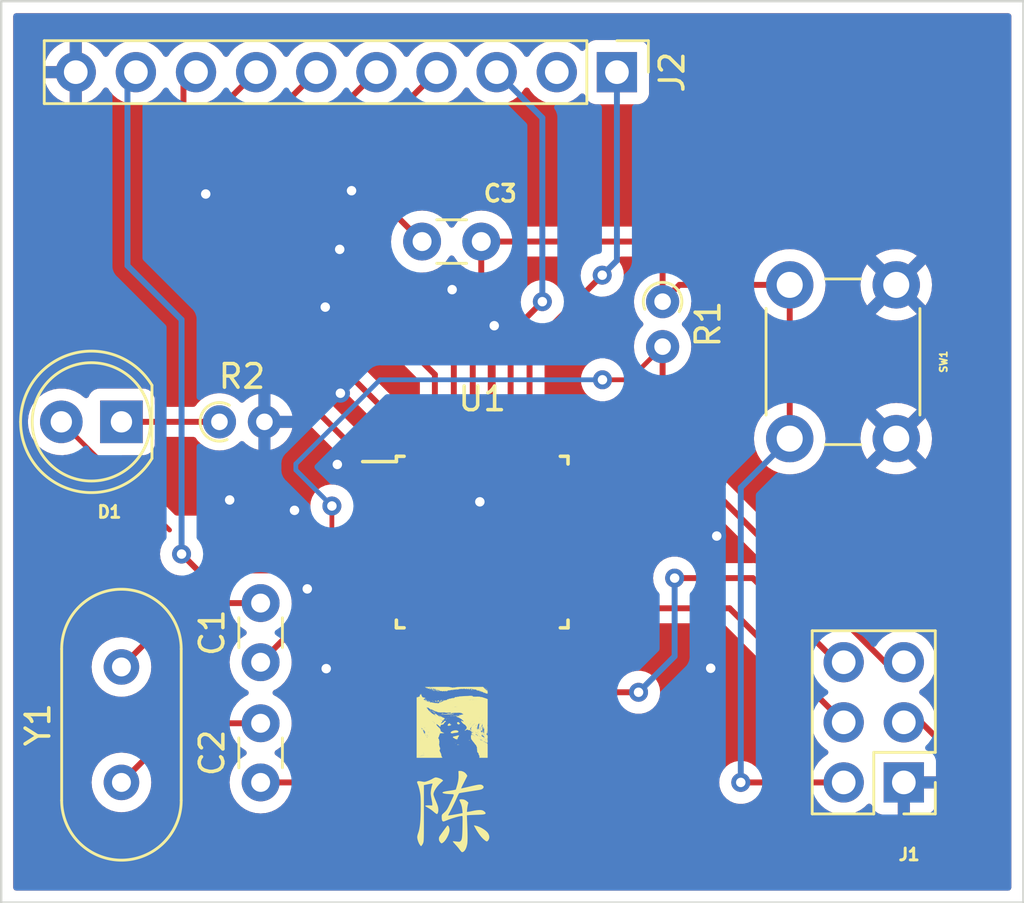
<source format=kicad_pcb>
(kicad_pcb (version 20221018) (generator pcbnew)
  (layers (0 "F.Cu" signal) (31 "B.Cu" signal) (34 "B.Paste" user) (35 "F.Paste" user) (36 "B.SilkS" user "B.Silkscreen") (37 "F.SilkS" user "F.Silkscreen") (38 "B.Mask" user) (39 "F.Mask" user) (44 "Edge.Cuts" user))
  (net 0 "")
  (net 1 "Net-(U1-XTAL1{slash}PB6)")
  (net 2 "Net-(C1-Pad2)")
  (net 3 "Net-(U1-XTAL2{slash}PB7)")
  (net 4 "Net-(C2-Pad2)")
  (net 5 "RST")
  (net 6 "5V")
  (net 7 "MISO")
  (net 8 "GND")
  (net 9 "SCK")
  (net 10 "/rst")
  (net 11 "Net-(D1-K)")
  (net 12 "Net-(J2-Pin_1)")
  (net 14 "Net-(J2-Pin_3)")
  (net 15 "/rx")
  (net 16 "/tx")
  (net 17 "Net-(J2-Pin_7)")
  (net 18 "Net-(J2-Pin_8)")
  (net 19 "Net-(J2-Pin_9)")
  (net 21 "MOSI")
  (net 26 "unconnected-(D1-A-Pad2)")
  (footprint "jasonpcbart:art2" (layer "F.Cu") (at 120.65 102.87)
    (fp_text reference "G***" hide)
    (fp_text value "LOGO" hide)
  )
  (footprint "Capacitor_THT:C_Disc_D3.0mm_W1.6mm_P2.50mm" (layer "F.Cu") (at 112.56 101.6 90)
    (fp_text reference "C2" (at 1.25 -2.05 90) (layer "F.SilkS"))
    (fp_text value "22pF")
    (pad "1" thru_hole circle (at 0 0 90) (size 1.6 1.6) (drill 0.8) (layers "*.Cu" "*.Mask") (net 3 "Net-(U1-XTAL2{slash}PB7)"))
    (pad "2" thru_hole circle (at 2.5 0 90) (size 1.6 1.6) (drill 0.8) (layers "*.Cu" "*.Mask") (net 4 "Net-(C2-Pad2)"))
  )
  (footprint "jasonpcbart:art3" (layer "F.Cu") (at 120.65 99.06)
    (fp_text reference "G***" hide)
    (fp_text value "LOGO" hide)
  )
  (footprint "Crystal:Crystal_HC49-4H_Vertical" (layer "F.Cu") (at 106.68 101.6 90)
    (fp_text reference "Y1" (at 2.44 -3.525 90) (layer "F.SilkS"))
    (fp_text value "Crystal")
    (pad "1" thru_hole circle (at 0 0 90) (size 1.5 1.5) (drill 0.8) (layers "*.Cu" "*.Mask") (net 4 "Net-(C2-Pad2)"))
    (pad "2" thru_hole circle (at 4.88 0 90) (size 1.5 1.5) (drill 0.8) (layers "*.Cu" "*.Mask") (net 2 "Net-(C1-Pad2)"))
  )
  (footprint "Resistor_THT:R_Axial_DIN0204_L3.6mm_D1.6mm_P1.90mm_Vertical" (layer "F.Cu") (at 129.54 81.28 -90)
    (fp_text reference "R1" (at 0.95 -1.92 90) (layer "F.SilkS"))
    (fp_text value "10K")
    (pad "1" thru_hole circle (at 0 0 270) (size 1.4 1.4) (drill 0.7) (layers "*.Cu" "*.Mask") (net 5 "RST"))
    (pad "2" thru_hole oval (at 1.9 0 270) (size 1.4 1.4) (drill 0.7) (layers "*.Cu" "*.Mask") (net 6 "5V"))
  )
  (footprint "Capacitor_THT:C_Disc_D3.0mm_W1.6mm_P2.50mm" (layer "F.Cu") (at 112.56 96.52 90)
    (fp_text reference "C1" (at 1.25 -2.05 90) (layer "F.SilkS"))
    (fp_text value "22pF")
    (pad "1" thru_hole circle (at 0 0 90) (size 1.6 1.6) (drill 0.8) (layers "*.Cu" "*.Mask") (net 1 "Net-(U1-XTAL1{slash}PB6)"))
    (pad "2" thru_hole circle (at 2.5 0 90) (size 1.6 1.6) (drill 0.8) (layers "*.Cu" "*.Mask") (net 2 "Net-(C1-Pad2)"))
  )
  (footprint "Resistor_THT:R_Axial_DIN0204_L3.6mm_D1.6mm_P1.90mm_Vertical" (layer "F.Cu") (at 110.82 86.36)
    (fp_text reference "R2" (at 0.95 -1.92) (layer "F.SilkS"))
    (fp_text value "1k")
    (pad "1" thru_hole circle (at 0 0) (size 1.4 1.4) (drill 0.7) (layers "*.Cu" "*.Mask") (net 11 "Net-(D1-K)"))
    (pad "2" thru_hole oval (at 1.9 0) (size 1.4 1.4) (drill 0.7) (layers "*.Cu" "*.Mask") (net 8 "GND"))
  )
  (footprint "Package_QFP:TQFP-32_7x7mm_P0.8mm" (layer "F.Cu") (at 121.92 91.44)
    (fp_text reference "U1" (at 0 -6.05) (layer "F.SilkS"))
    (fp_text value "ATmega328PB-A" hide)
    (pad "1" smd rect (at -4.25 -2.8) (size 1.6 0.55) (layers "F.Cu" "F.Paste" "F.Mask") (net 18 "Net-(J2-Pin_8)"))
    (pad "2" smd rect (at -4.25 -2) (size 1.6 0.55) (layers "F.Cu" "F.Paste" "F.Mask"))
    (pad "3" smd rect (at -4.25 -1.2) (size 1.6 0.55) (layers "F.Cu" "F.Paste" "F.Mask"))
    (pad "4" smd rect (at -4.25 -0.4) (size 1.6 0.55) (layers "F.Cu" "F.Paste" "F.Mask") (net 6 "5V"))
    (pad "5" smd rect (at -4.25 0.4) (size 1.6 0.55) (layers "F.Cu" "F.Paste" "F.Mask") (net 8 "GND"))
    (pad "6" smd rect (at -4.25 1.2) (size 1.6 0.55) (layers "F.Cu" "F.Paste" "F.Mask") (net 19 "Net-(J2-Pin_9)"))
    (pad "7" smd rect (at -4.25 2) (size 1.6 0.55) (layers "F.Cu" "F.Paste" "F.Mask") (net 1 "Net-(U1-XTAL1{slash}PB6)"))
    (pad "8" smd rect (at -4.25 2.8) (size 1.6 0.55) (layers "F.Cu" "F.Paste" "F.Mask") (net 3 "Net-(U1-XTAL2{slash}PB7)"))
    (pad "9" smd rect (at -2.8 4.25 90) (size 1.6 0.55) (layers "F.Cu" "F.Paste" "F.Mask"))
    (pad "10" smd rect (at -2 4.25 90) (size 1.6 0.55) (layers "F.Cu" "F.Paste" "F.Mask"))
    (pad "11" smd rect (at -1.2 4.25 90) (size 1.6 0.55) (layers "F.Cu" "F.Paste" "F.Mask"))
    (pad "12" smd rect (at -0.4 4.25 90) (size 1.6 0.55) (layers "F.Cu" "F.Paste" "F.Mask") (net 26 "unconnected-(D1-A-Pad2)"))
    (pad "13" smd rect (at 0.4 4.25 90) (size 1.6 0.55) (layers "F.Cu" "F.Paste" "F.Mask") (net 26 "unconnected-(D1-A-Pad2)"))
    (pad "14" smd rect (at 1.2 4.25 90) (size 1.6 0.55) (layers "F.Cu" "F.Paste" "F.Mask"))
    (pad "15" smd rect (at 2 4.25 90) (size 1.6 0.55) (layers "F.Cu" "F.Paste" "F.Mask") (net 21 "MOSI"))
    (pad "16" smd rect (at 2.8 4.25 90) (size 1.6 0.55) (layers "F.Cu" "F.Paste" "F.Mask") (net 7 "MISO"))
    (pad "17" smd rect (at 4.25 2.8) (size 1.6 0.55) (layers "F.Cu" "F.Paste" "F.Mask") (net 9 "SCK"))
    (pad "18" smd rect (at 4.25 2) (size 1.6 0.55) (layers "F.Cu" "F.Paste" "F.Mask"))
    (pad "19" smd rect (at 4.25 1.2) (size 1.6 0.55) (layers "F.Cu" "F.Paste" "F.Mask"))
    (pad "20" smd rect (at 4.25 0.4) (size 1.6 0.55) (layers "F.Cu" "F.Paste" "F.Mask"))
    (pad "21" smd rect (at 4.25 -0.4) (size 1.6 0.55) (layers "F.Cu" "F.Paste" "F.Mask") (net 8 "GND"))
    (pad "22" smd rect (at 4.25 -1.2) (size 1.6 0.55) (layers "F.Cu" "F.Paste" "F.Mask"))
    (pad "23" smd rect (at 4.25 -2) (size 1.6 0.55) (layers "F.Cu" "F.Paste" "F.Mask"))
    (pad "24" smd rect (at 4.25 -2.8) (size 1.6 0.55) (layers "F.Cu" "F.Paste" "F.Mask"))
    (pad "25" smd rect (at 2.8 -4.25 90) (size 1.6 0.55) (layers "F.Cu" "F.Paste" "F.Mask"))
    (pad "26" smd rect (at 2 -4.25 90) (size 1.6 0.55) (layers "F.Cu" "F.Paste" "F.Mask") (net 12 "Net-(J2-Pin_1)"))
    (pad "27" smd rect (at 1.2 -4.25 90) (size 1.6 0.55) (layers "F.Cu" "F.Paste" "F.Mask") (net 14 "Net-(J2-Pin_3)"))
    (pad "28" smd rect (at 0.4 -4.25 90) (size 1.6 0.55) (layers "F.Cu" "F.Paste" "F.Mask"))
    (pad "29" smd rect (at -0.4 -4.25 90) (size 1.6 0.55) (layers "F.Cu" "F.Paste" "F.Mask") (net 5 "RST"))
    (pad "30" smd rect (at -1.2 -4.25 90) (size 1.6 0.55) (layers "F.Cu" "F.Paste" "F.Mask") (net 15 "/rx"))
    (pad "31" smd rect (at -2 -4.25 90) (size 1.6 0.55) (layers "F.Cu" "F.Paste" "F.Mask") (net 16 "/tx"))
    (pad "32" smd rect (at -2.8 -4.25 90) (size 1.6 0.55) (layers "F.Cu" "F.Paste" "F.Mask") (net 17 "Net-(J2-Pin_7)"))
  )
  (footprint "Connector_PinHeader_2.54mm:PinHeader_2x03_P2.54mm_Vertical" (layer "F.Cu") (at 139.73 101.6 180)
    (fp_text reference "J1" (at -0.224 -3.048) (layer "F.SilkS") (effects (font (size 0.5 0.5) (thickness 0.125))))
    (fp_text value "6pin")
    (pad "1" thru_hole rect (at 0 0 180) (size 1.7 1.7) (drill 1) (layers "*.Cu" "*.Mask") (net 8 "GND"))
    (pad "2" thru_hole oval (at 2.54 0 180) (size 1.7 1.7) (drill 1) (layers "*.Cu" "*.Mask") (net 5 "RST"))
    (pad "3" thru_hole oval (at 0 2.54 180) (size 1.7 1.7) (drill 1) (layers "*.Cu" "*.Mask") (net 21 "MOSI"))
    (pad "4" thru_hole oval (at 2.54 2.54 180) (size 1.7 1.7) (drill 1) (layers "*.Cu" "*.Mask") (net 9 "SCK"))
    (pad "5" thru_hole oval (at 0 5.08 180) (size 1.7 1.7) (drill 1) (layers "*.Cu" "*.Mask") (net 6 "5V"))
    (pad "6" thru_hole oval (at 2.54 5.08 180) (size 1.7 1.7) (drill 1) (layers "*.Cu" "*.Mask") (net 7 "MISO"))
  )
  (footprint "LED_THT:LED_D5.0mm" (layer "F.Cu") (at 106.68 86.36 180)
    (fp_text reference "D1" (at 0.508 -3.81) (layer "F.SilkS") (effects (font (size 0.5 0.5) (thickness 0.125))))
    (fp_text value "LED")
    (pad "1" thru_hole rect (at 0 0 180) (size 1.8 1.8) (drill 0.9) (layers "*.Cu" "*.Mask") (net 11 "Net-(D1-K)"))
    (pad "2" thru_hole circle (at 2.54 0 180) (size 1.8 1.8) (drill 0.9) (layers "*.Cu" "*.Mask") (net 26 "unconnected-(D1-A-Pad2)"))
  )
  (footprint "Button_Switch_THT:SW_PUSH_6mm" (layer "F.Cu") (at 139.41 80.57 -90)
    (fp_text reference "SW1" (at 3.25 -2 90) (layer "F.SilkS") (effects (font (size 0.3 0.3) (thickness 0.075))))
    (fp_text value "SW_Push_Open")
    (pad "1" thru_hole circle (at 0 0) (size 2 2) (drill 1.1) (layers "*.Cu" "*.Mask") (net 8 "GND"))
    (pad "1" thru_hole circle (at 6.5 0) (size 2 2) (drill 1.1) (layers "*.Cu" "*.Mask") (net 8 "GND"))
    (pad "2" thru_hole circle (at 0 4.5) (size 2 2) (drill 1.1) (layers "*.Cu" "*.Mask") (net 5 "RST"))
    (pad "2" thru_hole circle (at 6.5 4.5) (size 2 2) (drill 1.1) (layers "*.Cu" "*.Mask") (net 5 "RST"))
  )
  (footprint "Capacitor_THT:C_Disc_D3.0mm_W1.6mm_P2.50mm" (layer "F.Cu") (at 121.88 78.74 180)
    (fp_text reference "C3" (at -0.802 2.032 180) (layer "F.SilkS") (effects (font (size 0.7 0.7))))
    (fp_text value "100nF")
    (pad "1" thru_hole circle (at 0 0 180) (size 1.6 1.6) (drill 0.8) (layers "*.Cu" "*.Mask") (net 5 "RST"))
    (pad "2" thru_hole circle (at 2.5 0 180) (size 1.6 1.6) (drill 0.8) (layers "*.Cu" "*.Mask") (net 10 "/rst"))
  )
  (footprint "Connector_PinHeader_2.54mm:PinHeader_1x10_P2.54mm_Vertical" (layer "F.Cu") (at 127.61 71.58 -90)
    (fp_text reference "J2" (at 0 -2.33 90) (layer "F.SilkS"))
    (fp_text value "Conn_01x10")
    (pad "1" thru_hole rect (at 0 0 270) (size 1.7 1.7) (drill 1) (layers "*.Cu" "*.Mask") (net 12 "Net-(J2-Pin_1)"))
    (pad "2" thru_hole oval (at 0 2.54 270) (size 1.7 1.7) (drill 1) (layers "*.Cu" "*.Mask"))
    (pad "3" thru_hole oval (at 0 5.08 270) (size 1.7 1.7) (drill 1) (layers "*.Cu" "*.Mask") (net 14 "Net-(J2-Pin_3)"))
    (pad "4" thru_hole oval (at 0 7.62 270) (size 1.7 1.7) (drill 1) (layers "*.Cu" "*.Mask") (net 10 "/rst"))
    (pad "5" thru_hole oval (at 0 10.16 270) (size 1.7 1.7) (drill 1) (layers "*.Cu" "*.Mask") (net 15 "/rx"))
    (pad "6" thru_hole oval (at 0 12.7 270) (size 1.7 1.7) (drill 1) (layers "*.Cu" "*.Mask") (net 16 "/tx"))
    (pad "7" thru_hole oval (at 0 15.24 270) (size 1.7 1.7) (drill 1) (layers "*.Cu" "*.Mask") (net 17 "Net-(J2-Pin_7)"))
    (pad "8" thru_hole oval (at 0 17.78 270) (size 1.7 1.7) (drill 1) (layers "*.Cu" "*.Mask") (net 18 "Net-(J2-Pin_8)"))
    (pad "9" thru_hole oval (at 0 20.32 270) (size 1.7 1.7) (drill 1) (layers "*.Cu" "*.Mask") (net 19 "Net-(J2-Pin_9)"))
    (pad "10" thru_hole oval (at 0 22.86 270) (size 1.7 1.7) (drill 1) (layers "*.Cu" "*.Mask") (net 8 "GND"))
  )
  (gr_rect (start 101.6 68.58) (end 144.78 106.68) (stroke (width 0.1)) (fill none) (layer "Edge.Cuts"))
  (segment (start 115.64 93.44) (end 112.56 96.52) (width 0.25) (layer "F.Cu") (net 1))
  (segment (start 117.67 93.44) (end 115.64 93.44) (width 0.25) (layer "F.Cu") (net 1))
  (segment (start 112.56 94.02) (end 109.38 94.02) (width 0.25) (layer "F.Cu") (net 2))
  (segment (start 109.38 94.02) (end 106.68 96.72) (width 0.25) (layer "F.Cu") (net 2))
  (segment (start 117.67 94.24) (end 117.67 98.23) (width 0.25) (layer "F.Cu") (net 3))
  (segment (start 114.3 101.6) (end 112.56 101.6) (width 0.25) (layer "F.Cu") (net 3))
  (segment (start 117.67 98.23) (end 114.3 101.6) (width 0.25) (layer "F.Cu") (net 3))
  (segment (start 112.56 99.1) (end 109.18 99.1) (width 0.25) (layer "F.Cu") (net 4))
  (segment (start 109.18 99.1) (end 106.68 101.6) (width 0.25) (layer "F.Cu") (net 4))
  (segment (start 137.19 101.6) (end 132.842 101.6) (width 0.25) (layer "F.Cu") (net 5))
  (segment (start 129.54 79.47) (end 128.81 78.74) (width 0.25) (layer "F.Cu") (net 5))
  (segment (start 134.91 80.57) (end 134.91 87.07) (width 0.25) (layer "F.Cu") (net 5))
  (segment (start 121.52 81.68) (end 121.88 81.32) (width 0.25) (layer "F.Cu") (net 5))
  (segment (start 121.88 81.32) (end 121.88 78.74) (width 0.25) (layer "F.Cu") (net 5))
  (segment (start 129.54 81.28) (end 129.54 79.47) (width 0.25) (layer "F.Cu") (net 5))
  (segment (start 121.52 87.19) (end 121.52 81.68) (width 0.25) (layer "F.Cu") (net 5))
  (segment (start 134.91 80.57) (end 130.25 80.57) (width 0.25) (layer "F.Cu") (net 5))
  (segment (start 130.25 80.57) (end 129.54 81.28) (width 0.25) (layer "F.Cu") (net 5))
  (segment (start 128.81 78.74) (end 121.88 78.74) (width 0.25) (layer "F.Cu") (net 5))
  (via (at 132.842 101.6) (size 0.8) (drill 0.4) (layers "F.Cu" "B.Cu") (net 5))
  (segment (start 132.842 101.6) (end 132.842 89.138) (width 0.25) (layer "B.Cu") (net 5))
  (segment (start 132.842 89.138) (end 134.91 87.07) (width 0.25) (layer "B.Cu") (net 5))
  (segment (start 129.54 83.18) (end 129.54 86.36) (width 0.25) (layer "F.Cu") (net 6))
  (segment (start 115.57 89.916) (end 115.57 90.932) (width 0.2) (layer "F.Cu") (net 6))
  (segment (start 115.57 90.932) (end 117.562 90.932) (width 0.2) (layer "F.Cu") (net 6))
  (segment (start 128.138 84.582) (end 129.54 83.18) (width 0.2) (layer "F.Cu") (net 6))
  (segment (start 138.938 96.52) (end 139.73 96.52) (width 0.25) (layer "F.Cu") (net 6))
  (segment (start 129.54 87.122) (end 138.938 96.52) (width 0.25) (layer "F.Cu") (net 6))
  (segment (start 117.562 90.932) (end 117.67 91.04) (width 0.2) (layer "F.Cu") (net 6))
  (segment (start 129.54 86.36) (end 129.54 87.122) (width 0.25) (layer "F.Cu") (net 6))
  (segment (start 127 84.582) (end 128.138 84.582) (width 0.2) (layer "F.Cu") (net 6))
  (via (at 127 84.582) (size 0.8) (drill 0.4) (layers "F.Cu" "B.Cu") (net 6))
  (via (at 115.57 89.916) (size 0.8) (drill 0.4) (layers "F.Cu" "B.Cu") (net 6))
  (segment (start 117.602 84.582) (end 114.046 88.138) (width 0.2) (layer "B.Cu") (net 6))
  (segment (start 127 84.582) (end 117.602 84.582) (width 0.2) (layer "B.Cu") (net 6))
  (segment (start 114.046 88.138) (end 114.046 88.392) (width 0.2) (layer "B.Cu") (net 6))
  (segment (start 114.046 88.392) (end 115.57 89.916) (width 0.2) (layer "B.Cu") (net 6))
  (segment (start 126.82 97.79) (end 128.524 97.79) (width 0.25) (layer "F.Cu") (net 7))
  (segment (start 136.906 96.52) (end 133.35 92.964) (width 0.25) (layer "F.Cu") (net 7))
  (segment (start 133.35 92.964) (end 130.048 92.964) (width 0.25) (layer "F.Cu") (net 7))
  (segment (start 124.72 95.69) (end 126.82 97.79) (width 0.25) (layer "F.Cu") (net 7))
  (segment (start 137.19 96.52) (end 136.906 96.52) (width 0.25) (layer "F.Cu") (net 7))
  (segment (start 137.19 96.52) (end 136.652 96.52) (width 0.25) (layer "F.Cu") (net 7))
  (via (at 130.048 92.964) (size 0.8) (drill 0.4) (layers "F.Cu" "B.Cu") (net 7))
  (via (at 128.524 97.79) (size 0.8) (drill 0.4) (layers "F.Cu" "B.Cu") (net 7))
  (segment (start 130.048 96.266) (end 128.524 97.79) (width 0.25) (layer "B.Cu") (net 7))
  (segment (start 130.048 92.964) (end 130.048 96.266) (width 0.25) (layer "B.Cu") (net 7))
  (segment (start 123.12 91.04) (end 121.82 89.74) (width 0.25) (layer "F.Cu") (net 8))
  (segment (start 126.17 91.04) (end 123.12 91.04) (width 0.25) (layer "F.Cu") (net 8))
  (segment (start 117.67 91.84) (end 119.72 91.84) (width 0.25) (layer "F.Cu") (net 8))
  (segment (start 119.72 91.84) (end 121.82 89.74) (width 0.25) (layer "F.Cu") (net 8))
  (via (at 114.53 93.42) (size 0.8) (drill 0.4) (layers "F.Cu" "B.Cu") (net 8))
  (via (at 111.252 89.662) (size 0.8) (drill 0.4) (layers "F.Cu" "B.Cu") (net 8))
  (via (at 122.428 82.296) (size 0.8) (drill 0.4) (layers "F.Cu" "B.Cu") (net 8))
  (via (at 115.33 96.79) (size 0.8) (drill 0.4) (layers "F.Cu" "B.Cu") (net 8))
  (via (at 115.8 88.16) (size 0.8) (drill 0.4) (layers "F.Cu" "B.Cu") (net 8))
  (via (at 115.29 81.51) (size 0.8) (drill 0.4) (layers "F.Cu" "B.Cu") (net 8))
  (via (at 115.93 85.15) (size 0.8) (drill 0.4) (layers "F.Cu" "B.Cu") (net 8))
  (via (at 115.9 79.07) (size 0.8) (drill 0.4) (layers "F.Cu" "B.Cu") (net 8))
  (via (at 110.24 76.73) (size 0.8) (drill 0.4) (layers "F.Cu" "B.Cu") (net 8))
  (via (at 131.572 96.774) (size 0.8) (drill 0.4) (layers "F.Cu" "B.Cu") (net 8))
  (via (at 121.82 89.74) (size 0.8) (drill 0.4) (layers "F.Cu" "B.Cu") (net 8))
  (via (at 113.99 90.1) (size 0.8) (drill 0.4) (layers "F.Cu" "B.Cu") (net 8))
  (via (at 120.65 80.772) (size 0.8) (drill 0.4) (layers "F.Cu" "B.Cu") (net 8))
  (via (at 131.826 91.186) (size 0.8) (drill 0.4) (layers "F.Cu" "B.Cu") (net 8))
  (via (at 116.4 76.59) (size 0.8) (drill 0.4) (layers "F.Cu" "B.Cu") (net 8))
  (segment (start 137.19 99.06) (end 132.37 94.24) (width 0.25) (layer "F.Cu") (net 9))
  (segment (start 132.37 94.24) (end 126.17 94.24) (width 0.25) (layer "F.Cu") (net 9))
  (segment (start 117.3 76.66) (end 117.3 74.27) (width 0.25) (layer "F.Cu") (net 10))
  (segment (start 117.3 74.27) (end 119.99 71.58) (width 0.25) (layer "F.Cu") (net 10))
  (segment (start 119.38 78.74) (end 117.3 76.66) (width 0.25) (layer "F.Cu") (net 10))
  (segment (start 110.82 86.36) (end 106.68 86.36) (width 0.25) (layer "F.Cu") (net 11))
  (segment (start 123.92 87.19) (end 123.92 83.23) (width 0.25) (layer "F.Cu") (net 12))
  (segment (start 123.92 83.23) (end 126.99 80.16) (width 0.25) (layer "F.Cu") (net 12))
  (via (at 126.99 80.16) (size 0.8) (drill 0.4) (layers "F.Cu" "B.Cu") (net 12))
  (segment (start 126.99 80.16) (end 127.61 79.54) (width 0.25) (layer "B.Cu") (net 12))
  (segment (start 127.61 79.54) (end 127.61 71.58) (width 0.25) (layer "B.Cu") (net 12))
  (segment (start 123.12 87.19) (end 123.12 82.62) (width 0.25) (layer "F.Cu") (net 14))
  (segment (start 123.12 82.62) (end 124.46 81.28) (width 0.25) (layer "F.Cu") (net 14))
  (via (at 124.46 81.28) (size 0.8) (drill 0.4) (layers "F.Cu" "B.Cu") (net 14))
  (segment (start 124.46 81.28) (end 124.46 73.51) (width 0.25) (layer "B.Cu") (net 14))
  (segment (start 124.46 73.51) (end 122.53 71.58) (width 0.25) (layer "B.Cu") (net 14))
  (segment (start 120.72 82.62) (end 115.3 77.2) (width 0.25) (layer "F.Cu") (net 15))
  (segment (start 115.3 77.2) (end 115.3 73.73) (width 0.25) (layer "F.Cu") (net 15))
  (segment (start 115.3 73.73) (end 117.45 71.58) (width 0.25) (layer "F.Cu") (net 15))
  (segment (start 120.72 87.19) (end 120.72 82.62) (width 0.25) (layer "F.Cu") (net 15))
  (segment (start 119.92 84.36) (end 113.3 77.74) (width 0.25) (layer "F.Cu") (net 16))
  (segment (start 113.3 77.74) (end 113.3 73.19) (width 0.25) (layer "F.Cu") (net 16))
  (segment (start 119.92 87.19) (end 119.92 84.36) (width 0.25) (layer "F.Cu") (net 16))
  (segment (start 113.3 73.19) (end 114.91 71.58) (width 0.25) (layer "F.Cu") (net 16))
  (segment (start 111.3 72.65) (end 112.37 71.58) (width 0.25) (layer "F.Cu") (net 17))
  (segment (start 111.3 79.37) (end 111.3 72.65) (width 0.25) (layer "F.Cu") (net 17))
  (segment (start 119.12 87.19) (end 111.3 79.37) (width 0.25) (layer "F.Cu") (net 17))
  (segment (start 117.67 88.64) (end 109.3 80.27) (width 0.25) (layer "F.Cu") (net 18))
  (segment (start 109.3 80.27) (end 109.3 72.11) (width 0.25) (layer "F.Cu") (net 18))
  (segment (start 109.3 72.11) (end 109.83 71.58) (width 0.25) (layer "F.Cu") (net 18))
  (segment (start 117.67 92.64) (end 109.912 92.64) (width 0.25) (layer "F.Cu") (net 19))
  (segment (start 109.912 92.64) (end 109.22 91.948) (width 0.25) (layer "F.Cu") (net 19))
  (via (at 109.22 91.948) (size 0.8) (drill 0.4) (layers "F.Cu" "B.Cu") (net 19))
  (segment (start 109.22 91.948) (end 109.22 82.042) (width 0.25) (layer "B.Cu") (net 19))
  (segment (start 106.934 79.756) (end 106.934 71.936) (width 0.25) (layer "B.Cu") (net 19))
  (segment (start 109.22 82.042) (end 106.934 79.756) (width 0.25) (layer "B.Cu") (net 19))
  (segment (start 106.934 71.936) (end 107.29 71.58) (width 0.25) (layer "B.Cu") (net 19))
  (segment (start 140.462 99.06) (end 143.002 101.6) (width 0.25) (layer "F.Cu") (net 21))
  (segment (start 139.73 99.06) (end 140.462 99.06) (width 0.25) (layer "F.Cu") (net 21))
  (segment (start 123.92 99.282) (end 123.92 95.69) (width 0.25) (layer "F.Cu") (net 21))
  (segment (start 143.002 105.156) (end 129.794 105.156) (width 0.25) (layer "F.Cu") (net 21))
  (segment (start 143.002 101.6) (end 143.002 105.156) (width 0.25) (layer "F.Cu") (net 21))
  (segment (start 129.794 105.156) (end 123.92 99.282) (width 0.25) (layer "F.Cu") (net 21))
  (segment (start 108.712 90.932) (end 104.14 86.36) (width 0.2) (layer "F.Cu") (net 26))
  (zone (net 8) (net_name "GND") (layers "F&B.Cu") (connect_pads (clearance 0.508)) (min_thickness 0.254) (fill yes (thermal_gap 0.508) (thermal_bridge_width 0.508))
    (polygon (pts (xy 144.78 106.68) (xy 101.6 106.68) (xy 101.6 68.58) (xy 144.78 68.58)))
  )
)
</source>
